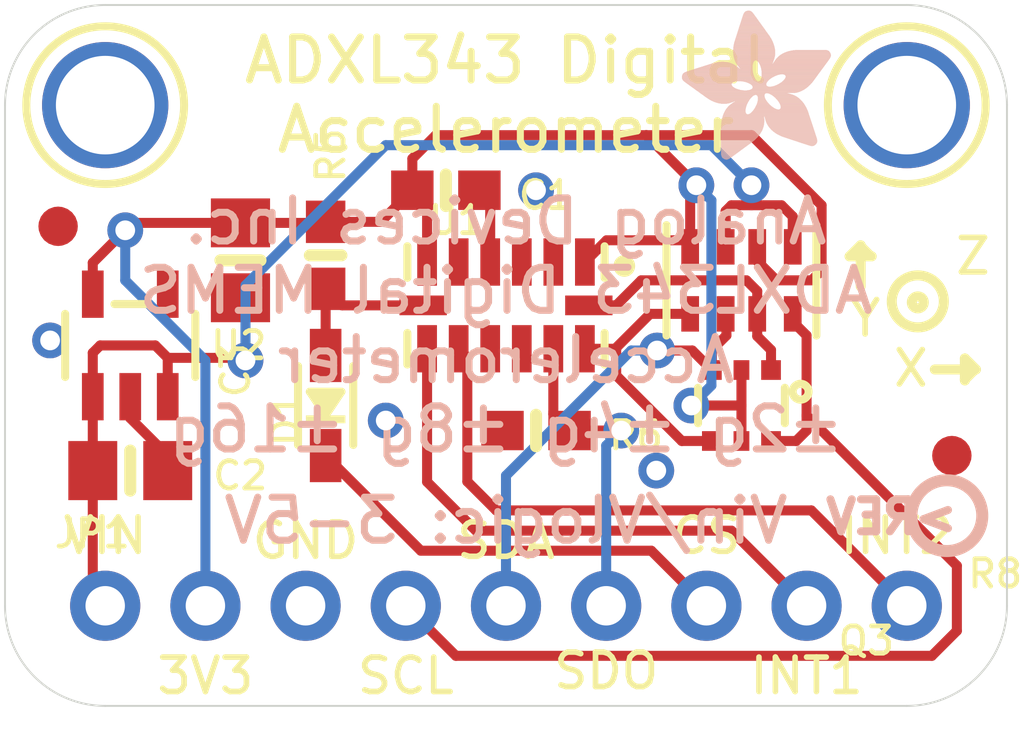
<source format=kicad_pcb>
(kicad_pcb (version 20211014) (generator pcbnew)
  (layers (0 "F.Cu" signal) (31 "B.Cu" signal) (34 "B.Paste" user) (35 "F.Paste" user) (36 "B.SilkS" user "B.Silkscreen") (37 "F.SilkS" user "F.Silkscreen") (38 "B.Mask" user) (39 "F.Mask" user) (44 "Edge.Cuts" user))
  (net 0 "")
  (net 1 "GND")
  (net 2 "CS_3V")
  (net 3 "INT1")
  (net 4 "INT2")
  (net 5 "SCL_3V")
  (net 6 "SDA/SDIO_3V")
  (net 7 "SDO")
  (net 8 "3.3V")
  (net 9 "VIN")
  (net 10 "CS")
  (net 11 "SDA/SDIO")
  (net 12 "SCL")
  (footprint "boardEagle:SOD-323" (layer "F.Cu") (at 143.9291 106.2736 90)
    (fp_text reference "D1" (at -1.1 -1 90) (layer "F.SilkS") (effects (font (size 0.692831 0.692831) (thickness 0.119969)) (justify left)))
    (fp_text value "1N4148")
    (pad "A" smd rect (at 1.27 0 90) (size 1.35 0.8) (layers "F.Cu" "F.Paste" "F.Mask") (net 2 "CS_3V"))
    (pad "C" smd rect (at -1.27 0 90) (size 1.35 0.8) (layers "F.Cu" "F.Paste" "F.Mask") (net 10 "CS"))
  )
  (footprint "boardEagle:FIDUCIAL_1MM" (layer "F.Cu") (at 159.8041 107.5436)
    (fp_text reference "U$3" hide)
    (fp_text value "FIDUCIAL_1MM" hide)
    (pad "1" smd roundrect (at 0 0) (size 1 1) (layers "F.Cu" "F.Mask") (roundrect_rratio 0.5))
  )
  (footprint "boardEagle:MOUNTINGHOLE_2.5_PLATED" (layer "F.Cu") (at 158.6611 98.6536)
    (fp_text reference "U$4" hide)
    (fp_text value "MOUNTINGHOLE2.5" hide)
    (pad "P$1" thru_hole circle (at 0 0) (size 3.2 3.2) (drill 2.5) (layers *.Cu *.Mask))
  )
  (footprint "boardEagle:SOT23-5" (layer "F.Cu") (at 138.9761 104.7496)
    (fp_text reference "U2" (at 1.978 0) (layer "F.SilkS") (effects (font (size 0.692831 0.692831) (thickness 0.119969)) (justify left)))
    (fp_text value "AP2112K-3.3")
    (pad "1" smd rect (at -0.95 1.3001) (size 0.55 1.2) (layers "F.Cu" "F.Paste" "F.Mask") (net 9 "VIN"))
    (pad "2" smd rect (at 0 1.3001) (size 0.55 1.2) (layers "F.Cu" "F.Paste" "F.Mask") (net 1 "GND"))
    (pad "3" smd rect (at 0.95 1.3001) (size 0.55 1.2) (layers "F.Cu" "F.Paste" "F.Mask") (net 9 "VIN"))
    (pad "4" smd rect (at 0.95 -1.3001) (size 0.55 1.2) (layers "F.Cu" "F.Paste" "F.Mask"))
    (pad "5" smd rect (at -0.95 -1.3001) (size 0.55 1.2) (layers "F.Cu" "F.Paste" "F.Mask") (net 8 "3.3V"))
  )
  (footprint "boardEagle:0603-NO" (layer "F.Cu") (at 149.2631 106.9086)
    (fp_text reference "R6" (at 1.778 0.127) (layer "F.SilkS") (effects (font (size 0.692831 0.692831) (thickness 0.119969)) (justify left)))
    (fp_text value "10K")
    (pad "1" smd rect (at -0.85 0) (size 1.075 1) (layers "F.Cu" "F.Paste" "F.Mask") (net 1 "GND"))
    (pad "2" smd rect (at 0.85 0) (size 1.075 1) (layers "F.Cu" "F.Paste" "F.Mask") (net 7 "SDO"))
  )
  (footprint "boardEagle:0805-NO" (layer "F.Cu") (at 138.9761 107.9246)
    (fp_text reference "C2" (at 2.032 0.127) (layer "F.SilkS") (effects (font (size 0.692831 0.692831) (thickness 0.119969)) (justify left)))
    (fp_text value "10UF")
    (pad "1" smd rect (at -0.95 0) (size 1.24 1.5) (layers "F.Cu" "F.Paste" "F.Mask") (net 9 "VIN"))
    (pad "2" smd rect (at 0.95 0) (size 1.24 1.5) (layers "F.Cu" "F.Paste" "F.Mask") (net 1 "GND"))
  )
  (footprint "boardEagle:1X09_ROUND_70" (layer "F.Cu") (at 148.5011 111.3536)
    (fp_text reference "JP1" (at -11.5062 -1.8288) (layer "F.SilkS") (effects (font (size 0.692831 0.692831) (thickness 0.119969)) (justify left)))
    (fp_text value "")
    (pad "1" thru_hole circle (at -10.16 0 90) (size 1.778 1.778) (drill 1) (layers *.Cu *.Mask) (net 9 "VIN"))
    (pad "2" thru_hole circle (at -7.62 0 90) (size 1.778 1.778) (drill 1) (layers *.Cu *.Mask) (net 8 "3.3V"))
    (pad "3" thru_hole circle (at -5.08 0 90) (size 1.778 1.778) (drill 1) (layers *.Cu *.Mask) (net 1 "GND"))
    (pad "4" thru_hole circle (at -2.54 0 90) (size 1.778 1.778) (drill 1) (layers *.Cu *.Mask) (net 12 "SCL"))
    (pad "5" thru_hole circle (at 0 0 90) (size 1.778 1.778) (drill 1) (layers *.Cu *.Mask) (net 11 "SDA/SDIO"))
    (pad "6" thru_hole circle (at 2.54 0 90) (size 1.778 1.778) (drill 1) (layers *.Cu *.Mask) (net 7 "SDO"))
    (pad "7" thru_hole circle (at 5.08 0 90) (size 1.778 1.778) (drill 1) (layers *.Cu *.Mask) (net 10 "CS"))
    (pad "8" thru_hole circle (at 7.62 0 90) (size 1.778 1.778) (drill 1) (layers *.Cu *.Mask) (net 3 "INT1"))
    (pad "9" thru_hole circle (at 10.16 0 90) (size 1.778 1.778) (drill 1) (layers *.Cu *.Mask) (net 4 "INT2"))
  )
  (footprint "boardEagle:0603-NO" (layer "F.Cu") (at 146.9771 100.8126)
    (fp_text reference "C1" (at 1.778 0.127) (layer "F.SilkS") (effects (font (size 0.692831 0.692831) (thickness 0.119969)) (justify left)))
    (fp_text value "0.1uF")
    (pad "1" smd rect (at -0.85 0) (size 1.075 1) (layers "F.Cu" "F.Paste" "F.Mask") (net 8 "3.3V"))
    (pad "2" smd rect (at 0.85 0) (size 1.075 1) (layers "F.Cu" "F.Paste" "F.Mask") (net 1 "GND"))
  )
  (footprint "boardEagle:MOUNTINGHOLE_2.5_PLATED" (layer "F.Cu") (at 138.3411 98.6536)
    (fp_text reference "U$6" hide)
    (fp_text value "MOUNTINGHOLE2.5" hide)
    (pad "P$1" thru_hole circle (at 0 0) (size 3.2 3.2) (drill 2.5) (layers *.Cu *.Mask))
  )
  (footprint "boardEagle:LGA14" (layer "F.Cu") (at 148.5011 103.7336)
    (fp_text reference "U1" (at -2.032 -2.159) (layer "F.SilkS") (effects (font (size 0.692831 0.692831) (thickness 0.119969)) (justify left)))
    (fp_text value "ADXL343")
    (pad "1" smd rect (at 2 -1.1) (size 0.5 1.2) (layers "F.Cu" "F.Paste" "F.Mask") (net 8 "3.3V"))
    (pad "2" smd rect (at 1.2 -1.1 180) (size 0.5 1.2) (layers "F.Cu" "F.Paste" "F.Mask") (net 1 "GND"))
    (pad "3" smd rect (at 0.4 -1.1 180) (size 0.5 1.2) (layers "F.Cu" "F.Paste" "F.Mask"))
    (pad "4" smd rect (at -0.4 -1.1 180) (size 0.5 1.2) (layers "F.Cu" "F.Paste" "F.Mask") (net 1 "GND"))
    (pad "5" smd rect (at -1.2 -1.1 180) (size 0.5 1.2) (layers "F.Cu" "F.Paste" "F.Mask") (net 1 "GND"))
    (pad "6" smd rect (at -2 -1.1 180) (size 0.5 1.2) (layers "F.Cu" "F.Paste" "F.Mask") (net 8 "3.3V"))
    (pad "7" smd rect (at -2.1 0 270) (size 0.5 1.2) (layers "F.Cu" "F.Paste" "F.Mask") (net 2 "CS_3V"))
    (pad "8" smd rect (at -2 1.1 180) (size 0.5 1.2) (layers "F.Cu" "F.Paste" "F.Mask") (net 3 "INT1"))
    (pad "9" smd rect (at -1.2 1.1 180) (size 0.5 1.2) (layers "F.Cu" "F.Paste" "F.Mask") (net 4 "INT2"))
    (pad "10" smd rect (at -0.4 1.1) (size 0.5 1.2) (layers "F.Cu" "F.Paste" "F.Mask"))
    (pad "11" smd rect (at 0.4 1.1) (size 0.5 1.2) (layers "F.Cu" "F.Paste" "F.Mask"))
    (pad "12" smd rect (at 1.2 1.1) (size 0.5 1.2) (layers "F.Cu" "F.Paste" "F.Mask") (net 7 "SDO"))
    (pad "13" smd rect (at 2 1.1) (size 0.5 1.2) (layers "F.Cu" "F.Paste" "F.Mask") (net 6 "SDA/SDIO_3V"))
    (pad "14" smd rect (at 2.1 0 90) (size 0.5 1.2) (layers "F.Cu" "F.Paste" "F.Mask") (net 5 "SCL_3V"))
  )
  (footprint "boardEagle:FIDUCIAL_1MM" (layer "F.Cu") (at 137.1473 101.727)
    (fp_text reference "U$1" hide)
    (fp_text value "FIDUCIAL_1MM" hide)
    (pad "1" smd roundrect (at 0 0) (size 1 1) (layers "F.Cu" "F.Mask") (roundrect_rratio 0.5))
  )
  (footprint "boardEagle:RESPACK_4X0603" (layer "F.Cu") (at 154.4701 103.0986 180)
    (fp_text reference "R8" (at -7.188 -7.442) (layer "F.SilkS") (effects (font (size 0.692831 0.692831) (thickness 0.119969)) (justify right)))
    (fp_text value "10K")
    (pad "1" smd rect (at -1.3 0.85 180) (size 0.45 0.9) (layers "F.Cu" "F.Paste" "F.Mask") (net 9 "VIN"))
    (pad "2" smd rect (at -0.4 0.85 180) (size 0.45 0.9) (layers "F.Cu" "F.Paste" "F.Mask") (net 8 "3.3V"))
    (pad "3" smd rect (at 0.4 0.85 180) (size 0.45 0.9) (layers "F.Cu" "F.Paste" "F.Mask") (net 9 "VIN"))
    (pad "4" smd rect (at 1.3 0.85 180) (size 0.45 0.9) (layers "F.Cu" "F.Paste" "F.Mask") (net 8 "3.3V"))
    (pad "5" smd rect (at 1.3 -0.85 180) (size 0.45 0.9) (layers "F.Cu" "F.Paste" "F.Mask") (net 6 "SDA/SDIO_3V"))
    (pad "6" smd rect (at 0.4 -0.85 180) (size 0.45 0.9) (layers "F.Cu" "F.Paste" "F.Mask") (net 11 "SDA/SDIO"))
    (pad "7" smd rect (at -0.4 -0.85 180) (size 0.45 0.9) (layers "F.Cu" "F.Paste" "F.Mask") (net 5 "SCL_3V"))
    (pad "8" smd rect (at -1.3 -0.85 180) (size 0.45 0.9) (layers "F.Cu" "F.Paste" "F.Mask") (net 12 "SCL"))
  )
  (footprint "boardEagle:SOT363" (layer "F.Cu") (at 154.4701 106.2736 180)
    (fp_text reference "Q3" (at -3.937 -5.969) (layer "F.SilkS") (effects (font (size 0.692831 0.692831) (thickness 0.119969)) (justify right)))
    (fp_text value "2N7002D")
    (pad "1" smd rect (at -0.75 0.9 180) (size 0.5 0.5) (layers "F.Cu" "F.Paste" "F.Mask") (net 5 "SCL_3V"))
    (pad "2" smd rect (at 0 0.9 180) (size 0.4 0.5) (layers "F.Cu" "F.Paste" "F.Mask") (net 8 "3.3V"))
    (pad "3" smd rect (at 0.75 0.9 180) (size 0.5 0.5) (layers "F.Cu" "F.Paste" "F.Mask") (net 11 "SDA/SDIO"))
    (pad "4" smd rect (at 0.75 -0.9 180) (size 0.5 0.5) (layers "F.Cu" "F.Paste" "F.Mask") (net 6 "SDA/SDIO_3V"))
    (pad "5" smd rect (at 0 -0.9 180) (size 0.4 0.5) (layers "F.Cu" "F.Paste" "F.Mask") (net 8 "3.3V"))
    (pad "6" smd rect (at -0.75 -0.9 180) (size 0.5 0.5) (layers "F.Cu" "F.Paste" "F.Mask") (net 12 "SCL"))
  )
  (footprint "boardEagle:0805-NO" (layer "F.Cu") (at 141.7701 102.5906 -90)
    (fp_text reference "C3" (at 2.032 0.127 90) (layer "F.SilkS") (effects (font (size 0.692831 0.692831) (thickness 0.119969)) (justify right)))
    (fp_text value "10UF")
    (pad "1" smd rect (at -0.95 0 270) (size 1.24 1.5) (layers "F.Cu" "F.Paste" "F.Mask") (net 8 "3.3V"))
    (pad "2" smd rect (at 0.95 0 270) (size 1.24 1.5) (layers "F.Cu" "F.Paste" "F.Mask") (net 1 "GND"))
  )
  (footprint "boardEagle:0603-NO" (layer "F.Cu") (at 143.9291 102.4636 90)
    (fp_text reference "R5" (at 1.778 0.127 90) (layer "F.SilkS") (effects (font (size 0.692831 0.692831) (thickness 0.119969)) (justify left)))
    (fp_text value "10K")
    (pad "1" smd rect (at -0.85 0 90) (size 1.075 1) (layers "F.Cu" "F.Paste" "F.Mask") (net 2 "CS_3V"))
    (pad "2" smd rect (at 0.85 0 90) (size 1.075 1) (layers "F.Cu" "F.Paste" "F.Mask") (net 8 "3.3V"))
  )
  (footprint "boardEagle:PCBFEAT-REV-040" (layer "B.Cu") (at 159.6771 109.0676 180)
    (fp_text reference "U$7" hide)
    (fp_text value "" hide)
    (fp_text user ">REV" (at -0.3556 -0.508) (layer "B.SilkS") (effects (font (size 0.8128 0.8128) (thickness 0.2032)) (justify left bottom mirror)))
  )
  (footprint "boardEagle:ADAFRUIT_3.5MM" (layer "B.Cu") (at 156.7561 100.0506 180)
    (fp_text reference "U$5" hide)
    (fp_text value "" hide)
  )
  (gr_line (start 160.3883 105.3592) (end 160.4137 105.3592) (layer "F.SilkS") (width 0.254))
  (gr_line (start 157.4927 102.235) (end 157.4927 102.2096) (layer "F.SilkS") (width 0.254))
  (gr_line (start 160.1343 105.0798) (end 160.1343 105.6132) (layer "F.SilkS") (width 0.254))
  (gr_line (start 157.7721 102.489) (end 157.7467 102.489) (layer "F.SilkS") (width 0.254))
  (gr_line (start 159.3723 105.3592) (end 160.3883 105.3592) (layer "F.SilkS") (width 0.254))
  (gr_line (start 157.4927 102.2096) (end 157.2133 102.489) (layer "F.SilkS") (width 0.254))
  (gr_line (start 157.4927 103.251) (end 157.4927 102.235) (layer "F.SilkS") (width 0.254))
  (gr_line (start 157.7467 102.489) (end 157.4927 102.235) (layer "F.SilkS") (width 0.254))
  (gr_circle (center 158.9405 103.6574) (end 158.9659 103.6574) (layer "F.SilkS") (width 0.254) (fill none))
  (gr_line (start 160.1343 105.6132) (end 160.3883 105.3592) (layer "F.SilkS") (width 0.254))
  (gr_line (start 160.4137 105.3592) (end 160.1343 105.0798) (layer "F.SilkS") (width 0.254))
  (gr_line (start 157.2133 102.489) (end 157.7467 102.489) (layer "F.SilkS") (width 0.254))
  (gr_circle (center 158.9405 103.632) (end 159.6009 103.632) (layer "F.SilkS") (width 0.254) (fill none))
  (gr_line (start 160.1343 105.6386) (end 160.1343 105.6132) (layer "F.SilkS") (width 0.254))
  (gr_line (start 138.3411 96.1136) (end 158.6611 96.1136) (layer "Edge.Cuts") (width 0.05))
  (gr_arc (start 138.3411 113.8936) (mid 136.545049 113.149651) (end 135.8011 111.3536) (layer "Edge.Cuts") (width 0.05))
  (gr_arc (start 158.6611 96.1136) (mid 160.457151 96.857549) (end 161.2011 98.6536) (layer "Edge.Cuts") (width 0.05))
  (gr_line (start 158.6611 113.8936) (end 138.3411 113.8936) (layer "Edge.Cuts") (width 0.05))
  (gr_line (start 161.2011 98.6536) (end 161.2011 111.3536) (layer "Edge.Cuts") (width 0.05))
  (gr_line (start 135.8011 111.3536) (end 135.8011 98.6536) (layer "Edge.Cuts") (width 0.05))
  (gr_arc (start 161.2011 111.3536) (mid 160.457151 113.149651) (end 158.6611 113.8936) (layer "Edge.Cuts") (width 0.05))
  (gr_arc (start 135.8011 98.6536) (mid 136.545049 96.857549) (end 138.3411 96.1136) (layer "Edge.Cuts") (width 0.05))
  (gr_text "Analog Devices Inc.\nADXL343 Digital MEMS\nAccelerometer\n±2g ±4g ±8g ±16g" (at 148.5011 104.2416) (layer "B.SilkS") (effects (font (size 1.0922 1.0922) (thickness 0.1778)) (justify mirror)))
  (gr_text "Vin/Vlogic: 3-5V" (at 148.5011 109.1946) (layer "B.SilkS") (effects (font (size 1.0922 1.0922) (thickness 0.1778)) (justify mirror)))
  (gr_text "VIN" (at 138.3411 109.5756) (layer "F.SilkS") (effects (font (size 0.87376 0.87376) (thickness 0.14224))))
  (gr_text "3V3" (at 140.8811 113.1316) (layer "F.SilkS") (effects (font (size 0.87376 0.87376) (thickness 0.14224))))
  (gr_text "CS" (at 153.5811 109.5756) (layer "F.SilkS") (effects (font (size 0.87376 0.87376) (thickness 0.14224))))
  (gr_text "INT2" (at 158.4071 109.5756) (layer "F.SilkS") (effects (font (size 0.87376 0.87376) (thickness 0.14224))))
  (gr_text "GND" (at 143.4211 109.7026) (layer "F.SilkS") (effects (font (size 0.87376 0.87376) (thickness 0.14224))))
  (gr_text "Y" (at 157.1371 104.5718) (layer "F.SilkS") (effects (font (size 0.87376 0.87376) (thickness 0.14224)) (justify left bottom)))
  (gr_text "SCL" (at 145.9611 113.1316) (layer "F.SilkS") (effects (font (size 0.87376 0.87376) (thickness 0.14224))))
  (gr_text "X" (at 158.2547 105.8418) (layer "F.SilkS") (effects (font (size 0.87376 0.87376) (thickness 0.14224)) (justify left bottom)))
  (gr_text "ADXL343 Digital\nAccelerometer" (at 148.5011 98.3996) (layer "F.SilkS") (effects (font (size 1.0922 1.0922) (thickness 0.1778))))
  (gr_text "INT1" (at 156.1211 113.1316) (layer "F.SilkS") (effects (font (size 0.87376 0.87376) (thickness 0.14224))))
  (gr_text "Z" (at 159.8295 102.997) (layer "F.SilkS") (effects (font (size 0.87376 0.87376) (thickness 0.14224)) (justify left bottom)))
  (gr_text "SDA" (at 148.5011 109.7026) (layer "F.SilkS") (effects (font (size 0.87376 0.87376) (thickness 0.14224))))
  (gr_text "SDO" (at 151.0411 113.0046) (layer "F.SilkS") (effects (font (size 0.87376 0.87376) (thickness 0.14224))))
  (segment (start 148.1011 100.8126) (end 147.8271 100.8126) (width 0.254) (layer "F.Cu") (net 1))
  (segment (start 139.9261 107.5436) (end 139.9261 107.9246) (width 0.254) (layer "F.Cu") (net 1))
  (segment (start 138.9761 106.0497) (end 138.9761 106.5936) (width 0.254) (layer "F.Cu") (net 1))
  (segment (start 148.1011 102.6336) (end 148.1011 100.8126) (width 0.254) (layer "F.Cu") (net 1))
  (segment (start 139.9261 107.5436) (end 138.9761 106.5936) (width 0.254) (layer "F.Cu") (net 1))
  (via (at 149.2631 100.8126) (size 0.9064) (drill 0.5) (layers "F.Cu" "B.Cu") (net 1))
  (via (at 152.3111 107.9246) (size 0.9064) (drill 0.5) (layers "F.Cu" "B.Cu") (net 1))
  (via (at 145.4531 106.6546) (size 0.9064) (drill 0.5) (layers "F.Cu" "B.Cu") (net 1))
  (via (at 136.9441 104.6226) (size 0.9064) (drill 0.5) (layers "F.Cu" "B.Cu") (net 1))
  (segment (start 143.9291 105.0036) (end 143.9291 103.3136) (width 0.254) (layer "F.Cu") (net 2))
  (segment (start 144.3491 103.7336) (end 143.9291 103.3136) (width 0.254) (layer "F.Cu") (net 2))
  (segment (start 146.4011 103.7336) (end 144.3491 103.7336) (width 0.254) (layer "F.Cu") (net 2))
  (segment (start 146.5011 108.2106) (end 147.7391 109.4486) (width 0.254) (layer "F.Cu") (net 3))
  (segment (start 154.2161 109.4486) (end 156.1211 111.3536) (width 0.254) (layer "F.Cu") (net 3))
  (segment (start 154.2161 109.4486) (end 147.7391 109.4486) (width 0.254) (layer "F.Cu") (net 3))
  (segment (start 146.5011 104.8336) (end 146.5011 108.2106) (width 0.254) (layer "F.Cu") (net 3))
  (segment (start 148.25289 108.93481) (end 147.5209 108.202819) (width 0.254) (layer "F.Cu") (net 4))
  (segment (start 147.3011 104.8336) (end 147.5209 105.0534) (width 0.254) (layer "F.Cu") (net 4))
  (segment (start 156.242309 108.93481) (end 148.25289 108.93481) (width 0.254) (layer "F.Cu") (net 4))
  (segment (start 147.5209 105.0534) (end 147.5209 108.202819) (width 0.254) (layer "F.Cu") (net 4))
  (segment (start 156.242309 108.93481) (end 158.6611 111.3536) (width 0.254) (layer "F.Cu") (net 4))
  (segment (start 155.2201 105.3736) (end 155.2201 104.8646) (width 0.254) (layer "F.Cu") (net 5))
  (segment (start 154.5971 103.0986) (end 154.8701 103.3716) (width 0.254) (layer "F.Cu") (net 5))
  (segment (start 155.2201 104.8646) (end 154.8701 104.5146) (width 0.254) (layer "F.Cu") (net 5))
  (segment (start 154.8701 103.3716) (end 154.8701 103.9486) (width 0.254) (layer "F.Cu") (net 5))
  (segment (start 154.8701 104.5146) (end 154.8701 103.9486) (width 0.254) (layer "F.Cu") (net 5))
  (segment (start 151.9301 103.0986) (end 154.5971 103.0986) (width 0.254) (layer "F.Cu") (net 5))
  (segment (start 151.9301 103.0986) (end 151.2951 103.7336) (width 0.254) (layer "F.Cu") (net 5))
  (segment (start 150.6011 103.7336) (end 151.2951 103.7336) (width 0.254) (layer "F.Cu") (net 5))
  (segment (start 152.1541 103.9486) (end 151.2691 104.8336) (width 0.254) (layer "F.Cu") (net 6))
  (segment (start 152.1541 103.9486) (end 153.1701 103.9486) (width 0.254) (layer "F.Cu") (net 6))
  (segment (start 151.2951 104.8336) (end 151.2691 104.8336) (width 0.254) (layer "F.Cu") (net 6))
  (segment (start 153.7201 107.1736) (end 152.9571 107.1736) (width 0.254) (layer "F.Cu") (net 6))
  (segment (start 151.2951 104.8336) (end 151.2951 105.5116) (width 0.254) (layer "F.Cu") (net 6))
  (segment (start 151.2691 104.8336) (end 150.5011 104.8336) (width 0.254) (layer "F.Cu") (net 6))
  (segment (start 152.9571 107.1736) (end 151.2951 105.5116) (width 0.254) (layer "F.Cu") (net 6))
  (segment (start 149.7011 106.4966) (end 150.1131 106.9086) (width 0.254) (layer "F.Cu") (net 7))
  (segment (start 150.1131 106.9086) (end 151.4221 106.9086) (width 0.254) (layer "F.Cu") (net 7))
  (segment (start 149.7011 104.8336) (end 149.7011 106.4966) (width 0.254) (layer "F.Cu") (net 7))
  (via (at 151.4221 106.9086) (size 0.9064) (drill 0.5) (layers "F.Cu" "B.Cu") (net 7))
  (segment (start 151.0411 107.2896) (end 151.0411 111.3536) (width 0.254) (layer "B.Cu") (net 7))
  (segment (start 151.4221 106.9086) (end 151.0411 107.2896) (width 0.254) (layer "B.Cu") (net 7))
  (segment (start 146.1271 100.0116) (end 146.7231 99.4156) (width 0.254) (layer "F.Cu") (net 8))
  (segment (start 154.4701 106.2736) (end 154.4701 107.1736) (width 0.254) (layer "F.Cu") (net 8))
  (segment (start 154.7241 99.4156) (end 156.5021 101.1936) (width 0.254) (layer "F.Cu") (net 8))
  (segment (start 138.9101 101.6406) (end 138.8491 101.7016) (width 0.254) (layer "F.Cu") (net 8))
  (segment (start 154.8701 102.6096) (end 155.3591 103.0986) (width 0.254) (layer "F.Cu") (net 8))
  (segment (start 154.4701 105.3736) (end 154.4701 106.2736) (width 0.254) (layer "F.Cu") (net 8))
  (segment (start 156.5021 101.1936) (end 156.5021 102.8446) (width 0.254) (layer "F.Cu") (net 8))
  (segment (start 153.1701 102.2486) (end 153.1701 102.0826) (width 0.254) (layer "F.Cu") (net 8))
  (segment (start 154.8701 102.2486) (end 154.8701 102.6096) (width 0.254) (layer "F.Cu") (net 8))
  (segment (start 156.5021 102.8446) (end 156.2481 103.0986) (width 0.254) (layer "F.Cu") (net 8))
  (segment (start 154.4701 106.2736) (end 153.2001 106.2736) (width 0.254) (layer "F.Cu") (net 8))
  (segment (start 143.9021 101.6406) (end 143.9291 101.6136) (width 0.254) (layer "F.Cu") (net 8))
  (segment (start 152.0571 99.4156) (end 146.7231 99.4156) (width 0.254) (layer "F.Cu") (net 8))
  (segment (start 138.0261 103.4495) (end 138.0261 102.6516) (width 0.254) (layer "F.Cu") (net 8))
  (segment (start 146.5011 102.6336) (end 146.5011 101.1866) (width 0.254) (layer "F.Cu") (net 8))
  (segment (start 138.8491 101.7016) (end 138.8491 101.8286) (width 0.254) (layer "F.Cu") (net 8))
  (segment (start 138.8491 101.8286) (end 138.0261 102.6516) (width 0.254) (layer "F.Cu") (net 8))
  (segment (start 151.0521 102.0826) (end 153.1701 102.0826) (width 0.254) (layer "F.Cu") (net 8))
  (segment (start 150.5011 102.6336) (end 151.0521 102.0826) (width 0.254) (layer "F.Cu") (net 8))
  (segment (start 153.1701 100.8426) (end 153.3271 100.6856) (width 0.254) (layer "F.Cu") (net 8))
  (segment (start 153.1701 102.0826) (end 153.1701 100.8426) (width 0.254) (layer "F.Cu") (net 8))
  (segment (start 146.1271 100.8126) (end 146.1271 100.0116) (width 0.254) (layer "F.Cu") (net 8))
  (segment (start 153.3271 100.6856) (end 152.0571 99.4156) (width 0.254) (layer "F.Cu") (net 8))
  (segment (start 146.5011 101.1866) (end 146.1271 100.8126) (width 0.254) (layer "F.Cu") (net 8))
  (segment (start 145.3261 101.6136) (end 146.1271 100.8126) (width 0.254) (layer "F.Cu") (net 8))
  (segment (start 156.2481 103.0986) (end 155.3591 103.0986) (width 0.254) (layer "F.Cu") (net 8))
  (segment (start 143.9291 101.6136) (end 145.3261 101.6136) (width 0.254) (layer "F.Cu") (net 8))
  (segment (start 141.7701 101.6406) (end 138.9101 101.6406) (width 0.254) (layer "F.Cu") (net 8))
  (segment (start 141.7701 101.6406) (end 143.9021 101.6406) (width 0.254) (layer "F.Cu") (net 8))
  (segment (start 154.7241 99.4156) (end 152.0571 99.4156) (width 0.254) (layer "F.Cu") (net 8))
  (via (at 138.8491 101.8286) (size 0.9064) (drill 0.5) (layers "F.Cu" "B.Cu") (net 8))
  (via (at 153.2001 106.2736) (size 0.9064) (drill 0.5) (layers "F.Cu" "B.Cu") (net 8))
  (via (at 153.3271 100.6856) (size 0.9064) (drill 0.5) (layers "F.Cu" "B.Cu") (net 8))
  (segment (start 140.8811 111.3536) (end 140.8811 105.1306) (width 0.254) (layer "B.Cu") (net 8))
  (segment (start 153.7081 105.7656) (end 153.2001 106.2736) (width 0.254) (layer "B.Cu") (net 8))
  (segment (start 153.7081 101.0666) (end 153.3271 100.6856) (width 0.254) (layer "B.Cu") (net 8))
  (segment (start 153.7081 105.7656) (end 153.7081 101.0666) (width 0.254) (layer "B.Cu") (net 8))
  (segment (start 138.8491 101.8286) (end 138.8491 103.0986) (width 0.254) (layer "B.Cu") (net 8))
  (segment (start 140.8811 105.1306) (end 138.8491 103.0986) (width 0.254) (layer "B.Cu") (net 8))
  (segment (start 139.9261 105.0646) (end 141.8311 105.0646) (width 0.254) (layer "F.Cu") (net 9))
  (segment (start 155.4861 101.1936) (end 154.7241 101.1936) (width 0.254) (layer "F.Cu") (net 9))
  (segment (start 139.9261 105.0646) (end 139.6111 104.7496) (width 0.254) (layer "F.Cu") (net 9))
  (segment (start 138.0261 106.0497) (end 138.0261 107.9246) (width 0.254) (layer "F.Cu") (net 9))
  (segment (start 138.0261 104.9376) (end 138.0261 106.0497) (width 0.254) (layer "F.Cu") (net 9))
  (segment (start 139.6111 104.7496) (end 138.2141 104.7496) (width 0.254) (layer "F.Cu") (net 9))
  (segment (start 155.7701 101.4776) (end 155.4861 101.1936) (width 0.254) (layer "F.Cu") (net 9))
  (segment (start 155.7701 102.2486) (end 155.7701 101.4776) (width 0.254) (layer "F.Cu") (net 9))
  (segment (start 138.3411 111.3536) (end 138.0261 111.0386) (width 0.254) (layer "F.Cu") (net 9))
  (segment (start 138.2141 104.7496) (end 138.0261 104.9376) (width 0.254) (layer "F.Cu") (net 9))
  (segment (start 154.0701 101.3396) (end 154.2161 101.1936) (width 0.254) (layer "F.Cu") (net 9))
  (segment (start 154.7241 100.6856) (end 154.7241 101.1936) (width 0.254) (layer "F.Cu") (net 9))
  (segment (start 139.9261 106.0497) (end 139.9261 105.0646) (width 0.254) (layer "F.Cu") (net 9))
  (segment (start 138.0261 111.0386) (end 138.0261 107.9246) (width 0.254) (layer "F.Cu") (net 9))
  (segment (start 154.7241 101.1936) (end 154.2161 101.1936) (width 0.254) (layer "F.Cu") (net 9))
  (segment (start 154.0701 102.2486) (end 154.0701 101.3396) (width 0.254) (layer "F.Cu") (net 9))
  (segment (start 141.8311 105.0646) (end 141.8971 105.1306) (width 0.254) (layer "F.Cu") (net 9))
  (via (at 141.8971 105.1306) (size 0.9064) (drill 0.5) (layers "F.Cu" "B.Cu") (net 9))
  (via (at 154.7241 100.6856) (size 0.9064) (drill 0.5) (layers "F.Cu" "B.Cu") (net 9))
  (segment (start 141.8971 103.2256) (end 145.4531 99.6696) (width 0.254) (layer "B.Cu") (net 9))
  (segment (start 145.4531 99.6696) (end 153.7081 99.6696) (width 0.254) (layer "B.Cu") (net 9))
  (segment (start 154.7241 100.6856) (end 153.7081 99.6696) (width 0.254) (layer "B.Cu") (net 9))
  (segment (start 141.8971 105.1306) (end 141.8971 103.2256) (width 0.254) (layer "B.Cu") (net 9))
  (segment (start 143.9291 107.5436) (end 146.3421 109.9566) (width 0.254) (layer "F.Cu") (net 10))
  (segment (start 152.1841 109.9566) (end 153.5811 111.3536) (width 0.254) (layer "F.Cu") (net 10))
  (segment (start 152.1841 109.9566) (end 146.3421 109.9566) (width 0.254) (layer "F.Cu") (net 10))
  (segment (start 153.2246 104.8781) (end 153.7201 105.3736) (width 0.254) (layer "F.Cu") (net 11))
  (segment (start 153.7201 105.3736) (end 153.7201 104.8646) (width 0.254) (layer "F.Cu") (net 11))
  (segment (start 154.0891 104.4956) (end 154.0891 103.9676) (width 0.254) (layer "F.Cu") (net 11))
  (segment (start 153.7201 104.8646) (end 154.0891 104.4956) (width 0.254) (layer "F.Cu") (net 11))
  (segment (start 153.2246 104.8781) (end 152.3325 104.8781) (width 0.254) (layer "F.Cu") (net 11))
  (segment (start 154.0891 103.9676) (end 154.0701 103.9486) (width 0.254) (layer "F.Cu") (net 11))
  (via (at 152.3325 104.8781) (size 0.9064) (drill 0.5) (layers "F.Cu" "B.Cu") (net 11))
  (segment (start 152.3325 104.8781) (end 151.6746 104.8781) (width 0.254) (layer "B.Cu") (net 11))
  (segment (start 148.5011 108.0516) (end 151.6746 104.8781) (width 0.254) (layer "B.Cu") (net 11))
  (segment (start 148.5011 111.3536) (end 148.5011 108.0516) (width 0.254) (layer "B.Cu") (net 11))
  (segment (start 145.9611 111.3536) (end 147.2311 112.6236) (width 0.254) (layer "F.Cu") (net 12))
  (segment (start 159.9311 110.3376) (end 159.9311 111.9886) (width 0.254) (layer "F.Cu") (net 12))
  (segment (start 155.8561 107.1736) (end 156.1211 106.9086) (width 0.254) (layer "F.Cu") (net 12))
  (segment (start 155.2201 107.1736) (end 155.8561 107.1736) (width 0.254) (layer "F.Cu") (net 12))
  (segment (start 155.7701 103.9486) (end 155.7701 104.1446) (width 0.254) (layer "F.Cu") (net 12))
  (segment (start 156.1211 106.5276) (end 156.1211 104.4956) (width 0.254) (layer "F.Cu") (net 12))
  (segment (start 156.1211 106.9086) (end 156.1211 106.5276) (width 0.254) (layer "F.Cu") (net 12))
  (segment (start 159.9311 110.3376) (end 156.1211 106.5276) (width 0.254) (layer "F.Cu") (net 12))
  (segment (start 156.1211 104.4956) (end 155.7701 104.1446) (width 0.254) (layer "F.Cu") (net 12))
  (segment (start 159.2961 112.6236) (end 147.2311 112.6236) (width 0.254) (layer "F.Cu") (net 12))
  (segment (start 159.9311 111.9886) (end 159.2961 112.6236) (width 0.254) (layer "F.Cu") (net 12))
)
</source>
